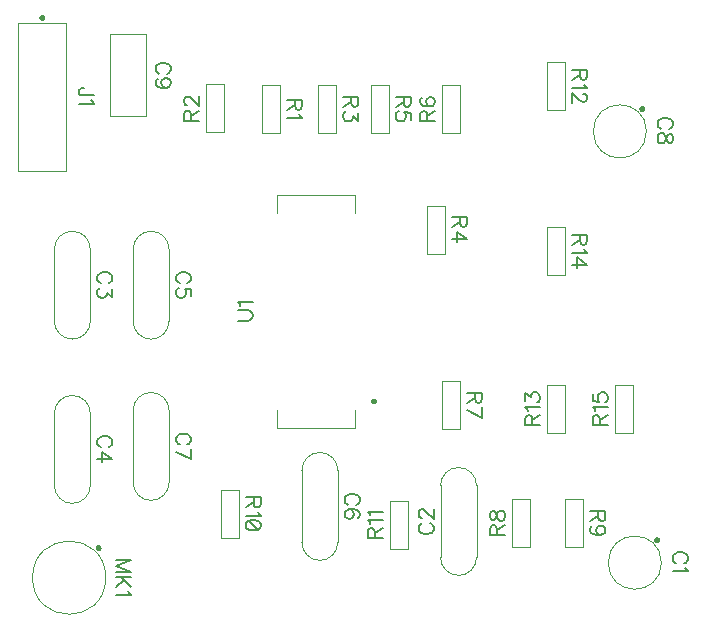
<source format=gbr>
G04 DipTrace 4.1.2.0*
G04 TopSilk.gbr*
%MOIN*%
G04 #@! TF.FileFunction,Legend,Top*
G04 #@! TF.Part,Single*
%ADD10C,0.004724*%
%ADD65C,0.00772*%
%FSLAX26Y26*%
G04*
G70*
G90*
G75*
G01*
G04 TopSilk*
%LPD*%
X2011417Y250000D2*
G54D10*
G02X2011417Y250000I88583J0D01*
G01*
G36*
X2174609Y334451D2*
X2175894Y334367D1*
X2177156Y334116D1*
X2178375Y333702D1*
X2179530Y333133D1*
X2180601Y332418D1*
X2181569Y331569D1*
X2182418Y330601D1*
X2183133Y329530D1*
X2183702Y328375D1*
X2184116Y327156D1*
X2184367Y325894D1*
X2184451Y324609D1*
X2184367Y323324D1*
X2184116Y322061D1*
X2183702Y320842D1*
X2183133Y319688D1*
X2182418Y318617D1*
X2181569Y317649D1*
X2180601Y316800D1*
X2179530Y316085D1*
X2178375Y315516D1*
X2177156Y315102D1*
X2175894Y314851D1*
X2174609Y314766D1*
D1*
X2173324Y314851D1*
X2172061Y315102D1*
X2170842Y315516D1*
X2169688Y316085D1*
X2168617Y316800D1*
X2167649Y317649D1*
X2166800Y318617D1*
X2166085Y319688D1*
X2165516Y320842D1*
X2165102Y322061D1*
X2164851Y323324D1*
X2164766Y324609D1*
X2164851Y325894D1*
X2165102Y327156D1*
X2165516Y328375D1*
X2166085Y329530D1*
X2166800Y330601D1*
X2167649Y331569D1*
X2168617Y332418D1*
X2169688Y333133D1*
X2170842Y333702D1*
X2172061Y334116D1*
X2173324Y334367D1*
X2174609Y334451D1*
D1*
G37*
X1452502Y267618D2*
G54D10*
X1452498Y507379D1*
X1572502Y267621D2*
X1572498Y507382D1*
G03X1452498Y507379I-60000J118D01*
G01*
X1452502Y267618D2*
G03X1572502Y267621I60000J-118D01*
G01*
X285000Y1294881D2*
Y1055119D1*
X165000Y1294881D2*
Y1055119D1*
G03X285000Y1055119I60000J-119D01*
G01*
Y1294881D2*
G03X165000Y1294881I-60000J119D01*
G01*
X284997Y747323D2*
X285003Y507562D1*
X164997Y747320D2*
X165003Y507559D1*
G03X285003Y507562I60000J-118D01*
G01*
X284997Y747323D2*
G03X164997Y747320I-60000J118D01*
G01*
X547497Y1294882D2*
X547503Y1055121D1*
X427497Y1294879D2*
X427503Y1055118D1*
G03X547503Y1055121I60000J-118D01*
G01*
X547497Y1294882D2*
G03X427497Y1294879I-60000J118D01*
G01*
X1110000Y557381D2*
Y317619D1*
X990000Y557381D2*
Y317619D1*
G03X1110000Y317619I60000J-119D01*
G01*
Y557381D2*
G03X990000Y557381I-60000J119D01*
G01*
X547500Y757381D2*
Y517619D1*
X427500Y757381D2*
Y517619D1*
G03X547500Y517619I60000J-119D01*
G01*
Y757381D2*
G03X427500Y757381I-60000J119D01*
G01*
X1961417Y1687500D2*
G02X1961417Y1687500I88583J0D01*
G01*
G36*
X2124609Y1771951D2*
X2125894Y1771867D1*
X2127156Y1771616D1*
X2128375Y1771202D1*
X2129530Y1770633D1*
X2130601Y1769918D1*
X2131569Y1769069D1*
X2132418Y1768101D1*
X2133133Y1767030D1*
X2133702Y1765875D1*
X2134116Y1764656D1*
X2134367Y1763394D1*
X2134451Y1762109D1*
X2134367Y1760824D1*
X2134116Y1759561D1*
X2133702Y1758342D1*
X2133133Y1757188D1*
X2132418Y1756117D1*
X2131569Y1755149D1*
X2130601Y1754300D1*
X2129530Y1753585D1*
X2128375Y1753016D1*
X2127156Y1752602D1*
X2125894Y1752351D1*
X2124609Y1752266D1*
D1*
X2123324Y1752351D1*
X2122061Y1752602D1*
X2120842Y1753016D1*
X2119688Y1753585D1*
X2118617Y1754300D1*
X2117649Y1755149D1*
X2116800Y1756117D1*
X2116085Y1757188D1*
X2115516Y1758342D1*
X2115102Y1759561D1*
X2114851Y1760824D1*
X2114766Y1762109D1*
X2114851Y1763394D1*
X2115102Y1764656D1*
X2115516Y1765875D1*
X2116085Y1767030D1*
X2116800Y1768101D1*
X2117649Y1769069D1*
X2118617Y1769918D1*
X2119688Y1770633D1*
X2120842Y1771202D1*
X2122061Y1771616D1*
X2123324Y1771867D1*
X2124609Y1771951D1*
D1*
G37*
X469783Y2012795D2*
G54D10*
X351673D1*
Y1737205D1*
X469783D1*
Y2012795D1*
X203740Y2048425D2*
X42323D1*
Y1556299D1*
X203740D1*
Y2048425D1*
G36*
X125000Y2075197D2*
X126285Y2075113D1*
X127547Y2074861D1*
X128767Y2074448D1*
X129921Y2073878D1*
X130992Y2073163D1*
X131960Y2072314D1*
X132809Y2071346D1*
X133524Y2070276D1*
X134093Y2069121D1*
X134507Y2067902D1*
X134758Y2066639D1*
X134843Y2065354D1*
X134758Y2064070D1*
X134507Y2062807D1*
X134093Y2061588D1*
X133524Y2060433D1*
X132809Y2059363D1*
X131960Y2058395D1*
X130992Y2057546D1*
X129921Y2056830D1*
X128767Y2056261D1*
X127547Y2055847D1*
X126285Y2055596D1*
X125000Y2055512D1*
D1*
X123715Y2055596D1*
X122453Y2055847D1*
X121233Y2056261D1*
X120079Y2056830D1*
X119008Y2057546D1*
X118040Y2058395D1*
X117191Y2059363D1*
X116476Y2060433D1*
X115907Y2061588D1*
X115493Y2062807D1*
X115242Y2064070D1*
X115157Y2065354D1*
X115242Y2066639D1*
X115493Y2067902D1*
X115907Y2069121D1*
X116476Y2070276D1*
X117191Y2071346D1*
X118040Y2072314D1*
X119008Y2073163D1*
X120079Y2073878D1*
X121233Y2074448D1*
X122453Y2074861D1*
X123715Y2075113D1*
X125000Y2075197D1*
D1*
G37*
X92323Y200001D2*
G54D10*
G02X92323Y200001I122047J0D01*
G01*
G36*
X312639Y308118D2*
X313924Y308034D1*
X315186Y307783D1*
X316406Y307369D1*
X317560Y306799D1*
X318631Y306084D1*
X319599Y305235D1*
X320448Y304267D1*
X321163Y303197D1*
X321732Y302042D1*
X322146Y300823D1*
X322397Y299560D1*
X322482Y298276D1*
X322398Y296991D1*
X322146Y295728D1*
X321733Y294509D1*
X321163Y293354D1*
X320448Y292284D1*
X319599Y291316D1*
X318631Y290467D1*
X317561Y289752D1*
X316406Y289182D1*
X315187Y288768D1*
X313924Y288517D1*
X312639Y288433D1*
D1*
X311355Y288517D1*
X310092Y288768D1*
X308873Y289182D1*
X307718Y289751D1*
X306648Y290467D1*
X305680Y291316D1*
X304831Y292284D1*
X304115Y293354D1*
X303546Y294509D1*
X303132Y295728D1*
X302881Y296991D1*
X302797Y298275D1*
X302881Y299560D1*
X303132Y300823D1*
X303546Y302042D1*
X304115Y303197D1*
X304830Y304267D1*
X305679Y305235D1*
X306647Y306084D1*
X307718Y306799D1*
X308872Y307369D1*
X310092Y307783D1*
X311354Y308034D1*
X312639Y308118D1*
D1*
G37*
X857500Y1682350D2*
G54D10*
X917500D1*
X857500Y1842650D2*
Y1682350D1*
Y1842650D2*
X917500D1*
Y1682350D1*
X730000Y1844697D2*
X670000D1*
X730000Y1684398D2*
Y1844697D1*
Y1684398D2*
X670000D1*
Y1844697D1*
X1045000Y1682350D2*
X1105000D1*
X1045000Y1842650D2*
Y1682350D1*
Y1842650D2*
X1105000D1*
Y1682350D1*
X1407500Y1279791D2*
X1467500D1*
X1407500Y1440091D2*
Y1279791D1*
Y1440091D2*
X1467500D1*
Y1279791D1*
X1220000Y1682350D2*
X1280000D1*
X1220000Y1842650D2*
Y1682350D1*
Y1842650D2*
X1280000D1*
Y1682350D1*
X1517499Y1842650D2*
X1457499Y1842649D1*
X1517501Y1682351D2*
X1517499Y1842650D1*
X1517501Y1682351D2*
X1457501Y1682350D1*
X1457499Y1842649D1*
X1457500Y694850D2*
X1517500D1*
X1457500Y855150D2*
Y694850D1*
Y855150D2*
X1517500D1*
Y694850D1*
X1750610Y462650D2*
X1690610D1*
X1750610Y302350D2*
Y462650D1*
Y302350D2*
X1690610D1*
Y462650D1*
X1868720Y302350D2*
X1928720D1*
X1868720Y462650D2*
Y302350D1*
Y462650D2*
X1928720D1*
Y302350D1*
X720000Y332350D2*
X780000D1*
X720000Y492650D2*
Y332350D1*
Y492650D2*
X780000D1*
Y332350D1*
X1342500Y455150D2*
X1282500D1*
X1342500Y294850D2*
Y455150D1*
Y294850D2*
X1282500D1*
Y455150D1*
X1807500Y1757350D2*
X1867500D1*
X1807500Y1917650D2*
Y1757350D1*
Y1917650D2*
X1867500D1*
Y1757350D1*
Y842650D2*
X1807500D1*
X1867500Y682350D2*
Y842650D1*
Y682350D2*
X1807500D1*
Y842650D1*
Y1207350D2*
X1867500D1*
X1807500Y1367650D2*
Y1207350D1*
Y1367650D2*
X1867500D1*
Y1207350D1*
X2092500Y842650D2*
X2032500D1*
X2092500Y682350D2*
Y842650D1*
Y682350D2*
X2032500D1*
Y842650D1*
X907579Y757972D2*
Y699705D1*
X1167421D1*
Y757972D1*
X907579Y1417028D2*
Y1475295D1*
X1167421D1*
Y1417028D1*
G36*
X1230807Y777657D2*
X1229522Y777742D1*
X1228260Y777993D1*
X1227041Y778407D1*
X1225886Y778976D1*
X1224815Y779691D1*
X1223847Y780540D1*
X1222998Y781508D1*
X1222283Y782579D1*
X1221714Y783733D1*
X1221300Y784953D1*
X1221049Y786215D1*
X1220965Y787500D1*
X1221049Y788785D1*
X1221300Y790047D1*
X1221714Y791267D1*
X1222283Y792421D1*
X1222998Y793492D1*
X1223847Y794460D1*
X1224815Y795309D1*
X1225886Y796024D1*
X1227041Y796593D1*
X1228260Y797007D1*
X1229522Y797258D1*
X1230807Y797343D1*
D1*
X1232092Y797258D1*
X1233355Y797007D1*
X1234574Y796593D1*
X1235728Y796024D1*
X1236799Y795309D1*
X1237767Y794460D1*
X1238616Y793492D1*
X1239331Y792421D1*
X1239900Y791267D1*
X1240314Y790047D1*
X1240565Y788785D1*
X1240650Y787500D1*
X1240565Y786215D1*
X1240314Y784953D1*
X1239900Y783733D1*
X1239331Y782579D1*
X1238616Y781508D1*
X1237767Y780540D1*
X1236799Y779691D1*
X1235728Y778976D1*
X1234574Y778407D1*
X1233355Y777993D1*
X1232092Y777742D1*
X1230807Y777657D1*
D1*
G37*
X2264209Y248031D2*
G54D65*
X2268962Y250407D1*
X2273770Y255216D1*
X2276147Y259969D1*
Y269531D1*
X2273770Y274339D1*
X2268962Y279092D1*
X2264209Y281524D1*
X2257024Y283901D1*
X2245030D1*
X2237900Y281524D1*
X2233092Y279092D1*
X2228339Y274339D1*
X2225907Y269531D1*
Y259969D1*
X2228339Y255216D1*
X2233092Y250407D1*
X2237900Y248031D1*
X2266530Y232592D2*
X2268962Y227783D1*
X2276092Y220598D1*
X2225907D1*
X1391215Y380966D2*
X1386462Y378590D1*
X1381654Y373781D1*
X1379277Y369028D1*
Y359466D1*
X1381654Y354658D1*
X1386463Y349905D1*
X1391216Y347473D1*
X1398401Y345097D1*
X1410394D1*
X1417524Y347474D1*
X1422332Y349906D1*
X1427086Y354659D1*
X1429517Y359467D1*
Y369029D1*
X1427085Y373782D1*
X1422332Y378590D1*
X1417523Y380967D1*
X1391270Y398838D2*
X1388893D1*
X1384085Y401214D1*
X1381708Y403591D1*
X1379332Y408399D1*
Y417961D1*
X1381708Y422714D1*
X1384085Y425090D1*
X1388893Y427522D1*
X1393646D1*
X1398455Y425091D1*
X1405584Y420338D1*
X1429517Y396406D1*
X1429516Y429900D1*
X346285Y1181531D2*
X351038Y1183908D1*
X355847Y1188716D1*
X358223Y1193470D1*
Y1203031D1*
X355847Y1207840D1*
X351038Y1212593D1*
X346285Y1215025D1*
X339100Y1217401D1*
X327106D1*
X319977Y1215025D1*
X315168Y1212593D1*
X310415Y1207840D1*
X307983Y1203031D1*
Y1193470D1*
X310415Y1188716D1*
X315168Y1183908D1*
X319977Y1181531D1*
X358168Y1161284D2*
Y1135031D1*
X339045Y1149345D1*
Y1142160D1*
X336668Y1137407D1*
X334291Y1135031D1*
X327106Y1132599D1*
X322353D1*
X315168Y1135031D1*
X310360Y1139784D1*
X307983Y1146969D1*
Y1154154D1*
X310360Y1161284D1*
X312792Y1163660D1*
X317545Y1166092D1*
X346285Y635164D2*
X351038Y637540D1*
X355846Y642349D1*
X358223Y647102D1*
X358222Y656664D1*
X355846Y661472D1*
X351037Y666225D1*
X346284Y668657D1*
X339099Y671033D1*
X327105D1*
X319976Y668656D1*
X315167Y666224D1*
X310414Y661471D1*
X307982Y656663D1*
X307983Y647101D1*
X310415Y642348D1*
X315168Y637539D1*
X319976Y635163D1*
X307984Y595792D2*
X358169Y595793D1*
X324730Y619724D1*
X324731Y583854D1*
X608785Y1181534D2*
X613538Y1183911D1*
X618346Y1188720D1*
X620723Y1193473D1*
X620722Y1203035D1*
X618346Y1207843D1*
X613537Y1212596D1*
X608784Y1215028D1*
X601599Y1217404D1*
X589605D1*
X582476Y1215027D1*
X577667Y1212595D1*
X572914Y1207842D1*
X570482Y1203033D1*
X570483Y1193472D1*
X572915Y1188719D1*
X577668Y1183910D1*
X582477Y1181534D1*
X620669Y1137411D2*
X620668Y1161287D1*
X599168Y1163663D1*
X601545Y1161287D1*
X603977Y1154102D1*
Y1146972D1*
X601546Y1139787D1*
X596793Y1134978D1*
X589608Y1132601D1*
X584854D1*
X577669Y1134978D1*
X572861Y1139786D1*
X570484Y1146971D1*
Y1154101D1*
X572860Y1161286D1*
X575292Y1163662D1*
X580045Y1166094D1*
X1171285Y442815D2*
X1176038Y445192D1*
X1180847Y450000D1*
X1183223Y454754D1*
Y464315D1*
X1180847Y469124D1*
X1176038Y473877D1*
X1171285Y476309D1*
X1164100Y478685D1*
X1152106D1*
X1144977Y476309D1*
X1140168Y473877D1*
X1135415Y469124D1*
X1132983Y464315D1*
Y454754D1*
X1135415Y450000D1*
X1140168Y445192D1*
X1144977Y442815D1*
X1176038Y398691D2*
X1180791Y401068D1*
X1183168Y408253D1*
Y413006D1*
X1180791Y420191D1*
X1173606Y425000D1*
X1161668Y427376D1*
X1149730D1*
X1140168Y425000D1*
X1135360Y420191D1*
X1132983Y413006D1*
Y410629D1*
X1135360Y403500D1*
X1140168Y398691D1*
X1147353Y396315D1*
X1149730D1*
X1156915Y398691D1*
X1161668Y403500D1*
X1164045Y410629D1*
Y413006D1*
X1161668Y420191D1*
X1156915Y425000D1*
X1149730Y427376D1*
X608785Y644031D2*
X613538Y646408D1*
X618347Y651216D1*
X620723Y655970D1*
Y665531D1*
X618347Y670340D1*
X613538Y675093D1*
X608785Y677525D1*
X601600Y679901D1*
X589606D1*
X582477Y677525D1*
X577668Y675093D1*
X572915Y670340D1*
X570483Y665531D1*
Y655970D1*
X572915Y651216D1*
X577668Y646408D1*
X582477Y644031D1*
X570483Y619030D2*
X620668Y595099D1*
Y628592D1*
X2214209Y1696253D2*
X2218962Y1698630D1*
X2223770Y1703438D1*
X2226147Y1708191D1*
Y1717753D1*
X2223770Y1722561D1*
X2218962Y1727315D1*
X2214209Y1729746D1*
X2207024Y1732123D1*
X2195030D1*
X2187900Y1729746D1*
X2183092Y1727315D1*
X2178339Y1722561D1*
X2175907Y1717753D1*
Y1708191D1*
X2178339Y1703438D1*
X2183092Y1698630D1*
X2187900Y1696253D1*
X2226092Y1668876D2*
X2223715Y1676005D1*
X2218962Y1678437D1*
X2214153D1*
X2209400Y1676005D1*
X2206968Y1671252D1*
X2204592Y1661691D1*
X2202215Y1654505D1*
X2197407Y1649752D1*
X2192654Y1647376D1*
X2185469D1*
X2180715Y1649752D1*
X2178284Y1652129D1*
X2175907Y1659314D1*
Y1668876D1*
X2178284Y1676005D1*
X2180715Y1678437D1*
X2185469Y1680814D1*
X2192654D1*
X2197407Y1678437D1*
X2202215Y1673629D1*
X2204592Y1666499D1*
X2206968Y1656937D1*
X2209400Y1652129D1*
X2214153Y1649752D1*
X2218962D1*
X2223715Y1652129D1*
X2226092Y1659314D1*
Y1668876D1*
X540911Y1880343D2*
X545664Y1882720D1*
X550472Y1887528D1*
X552849Y1892281D1*
Y1901843D1*
X550472Y1906651D1*
X545664Y1911405D1*
X540911Y1913836D1*
X533726Y1916213D1*
X521732D1*
X514603Y1913836D1*
X509794Y1911405D1*
X505041Y1906651D1*
X502609Y1901843D1*
Y1892281D1*
X505041Y1887528D1*
X509794Y1882720D1*
X514603Y1880343D1*
X536102Y1833787D2*
X528917Y1836219D1*
X524109Y1840972D1*
X521732Y1848157D1*
Y1850534D1*
X524109Y1857719D1*
X528917Y1862472D1*
X536102Y1864904D1*
X538479D1*
X545664Y1862472D1*
X550417Y1857719D1*
X552794Y1850534D1*
Y1848157D1*
X550417Y1840972D1*
X545664Y1836219D1*
X536102Y1833787D1*
X524109D1*
X512171Y1836219D1*
X504986Y1840972D1*
X502609Y1848157D1*
Y1852910D1*
X504986Y1860095D1*
X509794Y1862472D1*
X296639Y1807656D2*
X258393D1*
X251208Y1810033D1*
X248831Y1812464D1*
X246399Y1817218D1*
Y1822026D1*
X248831Y1826779D1*
X251208Y1829156D1*
X258393Y1831588D1*
X263146D1*
X287022Y1792217D2*
X289454Y1787408D1*
X296584Y1780223D1*
X246399D1*
X369242Y219065D2*
X419482Y219066D1*
X369242Y238188D1*
X419481Y257313D1*
X369241Y257311D1*
X419483Y203627D2*
X369243Y203625D1*
X419484Y170133D2*
X385989Y203626D1*
X397983Y191688D2*
X369244Y170132D1*
X409867Y154694D2*
X412299Y149886D1*
X419429Y142701D1*
X369244Y142699D1*
X966791Y1792963D2*
Y1771463D1*
X969223Y1764278D1*
X971600Y1761846D1*
X976353Y1759470D1*
X981161D1*
X985915Y1761846D1*
X988346Y1764278D1*
X990723Y1771463D1*
Y1792963D1*
X940483D1*
X966791Y1776216D2*
X940483Y1759470D1*
X981106Y1744030D2*
X983538Y1739222D1*
X990668Y1732037D1*
X940483D1*
X620709Y1723334D2*
Y1744834D1*
X618277Y1752019D1*
X615900Y1754451D1*
X611147Y1756828D1*
X606339D1*
X601585Y1754451D1*
X599154Y1752019D1*
X596777Y1744834D1*
Y1723334D1*
X647017D1*
X620709Y1740081D2*
X647017Y1756828D1*
X608770Y1774699D2*
X606394D1*
X601585Y1777075D1*
X599209Y1779452D1*
X596832Y1784260D1*
Y1793822D1*
X599209Y1798575D1*
X601585Y1800952D1*
X606394Y1803384D1*
X611147D1*
X615955Y1800952D1*
X623085Y1796199D1*
X647017Y1772267D1*
Y1805760D1*
X1154291Y1803713D2*
Y1782213D1*
X1156723Y1775028D1*
X1159100Y1772596D1*
X1163853Y1770220D1*
X1168661D1*
X1173415Y1772596D1*
X1175846Y1775028D1*
X1178223Y1782213D1*
Y1803713D1*
X1127983D1*
X1154291Y1786966D2*
X1127983Y1770220D1*
X1178168Y1749972D2*
Y1723719D1*
X1159045Y1738034D1*
Y1730849D1*
X1156668Y1726095D1*
X1154291Y1723719D1*
X1147106Y1721287D1*
X1142353D1*
X1135168Y1723719D1*
X1130360Y1728472D1*
X1127983Y1735657D1*
Y1742842D1*
X1130360Y1749972D1*
X1132792Y1752349D1*
X1137545Y1754780D1*
X1516791Y1402342D2*
Y1380842D1*
X1519223Y1373657D1*
X1521600Y1371225D1*
X1526353Y1368849D1*
X1531161D1*
X1535915Y1371225D1*
X1538346Y1373657D1*
X1540723Y1380842D1*
Y1402342D1*
X1490483D1*
X1516791Y1385596D2*
X1490483Y1368849D1*
Y1329478D2*
X1540668D1*
X1507230Y1353410D1*
Y1317540D1*
X1329291Y1803713D2*
Y1782213D1*
X1331723Y1775028D1*
X1334100Y1772596D1*
X1338853Y1770220D1*
X1343661D1*
X1348415Y1772596D1*
X1350846Y1775028D1*
X1353223Y1782213D1*
Y1803713D1*
X1302983D1*
X1329291Y1786966D2*
X1302983Y1770220D1*
X1353168Y1726095D2*
Y1749972D1*
X1331668Y1752349D1*
X1334045Y1749972D1*
X1336476Y1742787D1*
Y1735657D1*
X1334045Y1728472D1*
X1329291Y1723664D1*
X1322106Y1721287D1*
X1317353D1*
X1310168Y1723664D1*
X1305360Y1728472D1*
X1302983Y1735657D1*
Y1742787D1*
X1305360Y1749972D1*
X1307792Y1752349D1*
X1312545Y1754780D1*
X1408209Y1722502D2*
Y1744001D1*
X1405777Y1751186D1*
X1403400Y1753618D1*
X1398647Y1755995D1*
X1393839D1*
X1389086Y1753618D1*
X1386654Y1751186D1*
X1384277Y1744001D1*
X1384278Y1722501D1*
X1434518Y1722502D1*
X1408209Y1739248D2*
X1434517Y1755995D1*
X1391461Y1800119D2*
X1386708Y1797742D1*
X1384332Y1790557D1*
Y1785804D1*
X1386708Y1778619D1*
X1393894Y1773810D1*
X1405832Y1771434D1*
X1417770D1*
X1427332Y1773811D1*
X1432140Y1778620D1*
X1434517Y1785805D1*
X1434516Y1788181D1*
X1432140Y1795311D1*
X1427331Y1800119D1*
X1420146Y1802496D1*
X1417770D1*
X1410585Y1800119D1*
X1405831Y1795310D1*
X1403455Y1788181D1*
Y1785804D1*
X1405832Y1778619D1*
X1410585Y1773811D1*
X1417770Y1771434D1*
X1566791Y816213D2*
Y794713D1*
X1569223Y787528D1*
X1571600Y785096D1*
X1576353Y782720D1*
X1581161D1*
X1585915Y785096D1*
X1588346Y787528D1*
X1590723Y794713D1*
Y816213D1*
X1540483D1*
X1566791Y799466D2*
X1540483Y782720D1*
Y757719D2*
X1590668Y733787D1*
Y767280D1*
X1641319Y341315D2*
Y362815D1*
X1638887Y370000D1*
X1636510Y372431D1*
X1631757Y374808D1*
X1626949D1*
X1622196Y372431D1*
X1619764Y370000D1*
X1617387Y362815D1*
Y341315D1*
X1667627D1*
X1641319Y358061D2*
X1667627Y374808D1*
X1617442Y402185D2*
X1619819Y395056D1*
X1624572Y392624D1*
X1629381D1*
X1634134Y395056D1*
X1636566Y399809D1*
X1638942Y409371D1*
X1641319Y416556D1*
X1646127Y421309D1*
X1650880Y423685D1*
X1658066D1*
X1662819Y421309D1*
X1665251Y418932D1*
X1667627Y411747D1*
Y402185D1*
X1665251Y395056D1*
X1662819Y392624D1*
X1658066Y390247D1*
X1650880D1*
X1646127Y392624D1*
X1641319Y397432D1*
X1638942Y404562D1*
X1636566Y414124D1*
X1634134Y418932D1*
X1629381Y421309D1*
X1624572D1*
X1619819Y418932D1*
X1617442Y411747D1*
Y402185D1*
X1978012Y422525D2*
Y401025D1*
X1980444Y393840D1*
X1982820Y391408D1*
X1987573Y389031D1*
X1992382D1*
X1997135Y391408D1*
X1999567Y393840D1*
X2001944Y401025D1*
Y422525D1*
X1951704D1*
X1978012Y405778D2*
X1951704Y389031D1*
X1985197Y342475D2*
X1978012Y344907D1*
X1973203Y349660D1*
X1970827Y356845D1*
Y359222D1*
X1973203Y366407D1*
X1978012Y371160D1*
X1985197Y373592D1*
X1987573D1*
X1994759Y371160D1*
X1999512Y366407D1*
X2001888Y359222D1*
Y356845D1*
X1999512Y349660D1*
X1994759Y344907D1*
X1985197Y342475D1*
X1973203D1*
X1961265Y344907D1*
X1954080Y349660D1*
X1951704Y356845D1*
Y361599D1*
X1954080Y368784D1*
X1958889Y371160D1*
X829291Y467429D2*
Y445929D1*
X831723Y438744D1*
X834100Y436313D1*
X838853Y433936D1*
X843661D1*
X848415Y436313D1*
X850846Y438744D1*
X853223Y445929D1*
Y467429D1*
X802983D1*
X829291Y450683D2*
X802983Y433936D1*
X843606Y418497D2*
X846038Y413688D1*
X853168Y406503D1*
X802983D1*
X853168Y376694D2*
X850791Y383879D1*
X843606Y388687D1*
X831668Y391064D1*
X824483D1*
X812545Y388687D1*
X805360Y383879D1*
X802983Y376694D1*
Y371941D1*
X805360Y364756D1*
X812545Y360003D1*
X824483Y357571D1*
X831668D1*
X843606Y360003D1*
X850791Y364756D1*
X853168Y371941D1*
Y376694D1*
X843606Y360003D2*
X812545Y388687D1*
X1233209Y330821D2*
Y352320D1*
X1230777Y359505D1*
X1228400Y361937D1*
X1223647Y364314D1*
X1218839D1*
X1214085Y361937D1*
X1211654Y359505D1*
X1209277Y352320D1*
Y330821D1*
X1259517D1*
X1233209Y347567D2*
X1259517Y364314D1*
X1218894Y379753D2*
X1216462Y384562D1*
X1209332Y391747D1*
X1259517D1*
X1218894Y407186D2*
X1216462Y411994D1*
X1209332Y419179D1*
X1259517D1*
X1916791Y1892429D2*
Y1870929D1*
X1919223Y1863744D1*
X1921600Y1861313D1*
X1926353Y1858936D1*
X1931161D1*
X1935915Y1861313D1*
X1938346Y1863744D1*
X1940723Y1870929D1*
Y1892429D1*
X1890483D1*
X1916791Y1875683D2*
X1890483Y1858936D1*
X1931106Y1843497D2*
X1933538Y1838688D1*
X1940668Y1831503D1*
X1890483D1*
X1928730Y1813632D2*
X1931106D1*
X1935915Y1811256D1*
X1938291Y1808879D1*
X1940668Y1804071D1*
Y1794509D1*
X1938291Y1789756D1*
X1935915Y1787379D1*
X1931106Y1784947D1*
X1926353D1*
X1921545Y1787379D1*
X1914415Y1792132D1*
X1890483Y1816064D1*
Y1782571D1*
X1758209Y707571D2*
Y729071D1*
X1755777Y736256D1*
X1753400Y738687D1*
X1748647Y741064D1*
X1743839D1*
X1739085Y738687D1*
X1736654Y736256D1*
X1734277Y729071D1*
Y707571D1*
X1784517D1*
X1758209Y724317D2*
X1784517Y741064D1*
X1743894Y756503D2*
X1741462Y761312D1*
X1734332Y768497D1*
X1784517D1*
X1734332Y788744D2*
Y814997D1*
X1753455Y800683D1*
Y807868D1*
X1755832Y812621D1*
X1758209Y814997D1*
X1765394Y817429D1*
X1770147D1*
X1777332Y814997D1*
X1782140Y810244D1*
X1784517Y803059D1*
Y795874D1*
X1782140Y788744D1*
X1779708Y786368D1*
X1774955Y783936D1*
X1916791Y1343618D2*
Y1322118D1*
X1919223Y1314933D1*
X1921600Y1312501D1*
X1926353Y1310124D1*
X1931161D1*
X1935915Y1312501D1*
X1938346Y1314933D1*
X1940723Y1322118D1*
Y1343618D1*
X1890483D1*
X1916791Y1326871D2*
X1890483Y1310124D1*
X1931106Y1294685D2*
X1933538Y1289877D1*
X1940668Y1282692D1*
X1890483D1*
Y1243321D2*
X1940668D1*
X1907230Y1267252D1*
Y1231382D1*
X1983209Y707571D2*
Y729071D1*
X1980777Y736256D1*
X1978400Y738687D1*
X1973647Y741064D1*
X1968839D1*
X1964085Y738687D1*
X1961654Y736256D1*
X1959277Y729071D1*
Y707571D1*
X2009517D1*
X1983209Y724317D2*
X2009517Y741064D1*
X1968894Y756503D2*
X1966462Y761312D1*
X1959332Y768497D1*
X2009517D1*
X1959332Y812621D2*
Y788744D1*
X1980832Y786368D1*
X1978455Y788744D1*
X1976024Y795929D1*
Y803059D1*
X1978455Y810244D1*
X1983209Y815053D1*
X1990394Y817429D1*
X1995147D1*
X2002332Y815053D1*
X2007140Y810244D1*
X2009517Y803059D1*
Y795929D1*
X2007140Y788744D1*
X2004708Y786368D1*
X1999955Y783936D1*
X775694Y1057037D2*
X811564D1*
X818749Y1059414D1*
X823502Y1064222D1*
X825934Y1071407D1*
Y1076160D1*
X823502Y1083345D1*
X818749Y1088154D1*
X811564Y1090530D1*
X775694D1*
X785311Y1105970D2*
X782879Y1110778D1*
X775750Y1117963D1*
X825934D1*
M02*

</source>
